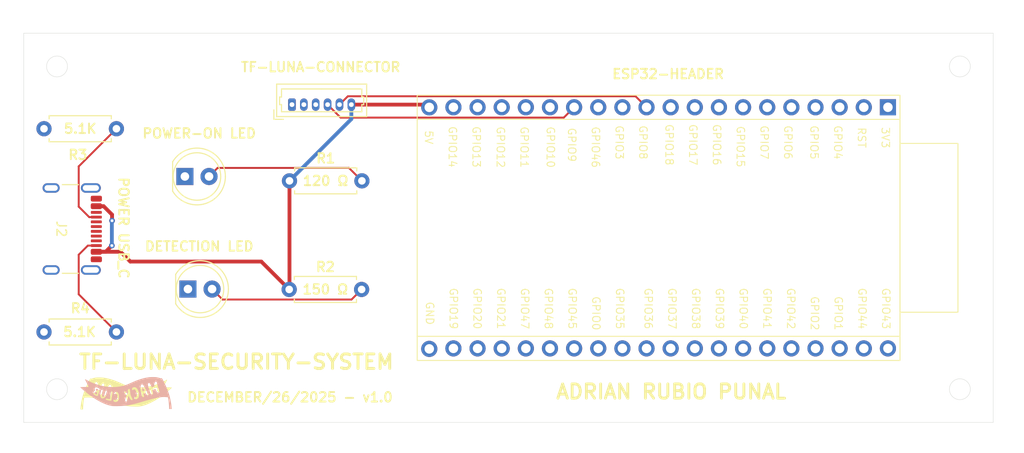
<source format=kicad_pcb>
(kicad_pcb (version 20241229) (generator "pcbnew") (generator_version "9.0")
  (title_block (title "tf-luna-security-system") (date "2025-12-26") (rev "0"))
  (layers (0 "F.Cu" signal "Front") (4 "In1.Cu" signal) (6 "In2.Cu" signal) (2 "B.Cu" signal "Back") (13 "F.Paste" user) (15 "B.Paste" user) (5 "F.SilkS" user "F.Silkscreen") (7 "B.SilkS" user "B.Silkscreen") (1 "F.Mask" user) (3 "B.Mask" user) (25 "Edge.Cuts" user))
  (net 0 "")
  (net 1 "GND")
  (net 2 "Net-(D1-A)")
  (net 3 "Net-(D2-A)")
  (net 4 "+5V")
  (net 5 "/SCL")
  (net 6 "/SDA")
  (net 12 "Net-(J2-CC2)")
  (net 13 "Net-(J2-CC1)")
  (net 34 "+3.3V")
  (footprint "LOGO" (layer "F.Cu") (at 135.782311 103.92)
    (property "Reference" "G***" (hide yes))
    (property "Value" "LOGO" (hide yes))
  )
  (footprint "LED_THT:LED_D5.0mm" (layer "F.Cu") (at 142.275 92.95)
    (property "Reference" "DETECTION LED" (at 1.19 -4.5 0) (layer "F.SilkS") (effects (font (thickness 0.2) (bold yes))))
    (property "Value" "LED")
    (pad "1" thru_hole rect (at 0 0) (size 1.8 1.8) (drill 0.9) (layers "*.Cu" "*.Mask") (net 1 "GND"))
    (pad "2" thru_hole circle (at 2.54 0) (size 1.8 1.8) (drill 0.9) (layers "*.Cu" "*.Mask") (net 3 "Net-(D2-A)"))
  )
  (footprint "Resistor_THT:R_Axial_DIN0207_L6.3mm_D2.5mm_P7.62mm_Horizontal" (layer "F.Cu") (at 152.96 81.55)
    (property "Reference" "R1" (at 3.81 -2.37 0) (layer "F.SilkS") (effects (font (thickness 0.2) (bold yes))))
    (property "Value" "120 Ω" (at 3.81 0 0) (layer "F.SilkS") (effects (font (thickness 0.2) (bold yes))))
    (pad "1" thru_hole circle (at 0 0) (size 1.6 1.6) (drill 0.8) (layers "*.Cu" "*.Mask") (net 4 "+5V"))
    (pad "2" thru_hole circle (at 7.62 0) (size 1.6 1.6) (drill 0.8) (layers "*.Cu" "*.Mask") (net 2 "Net-(D1-A)"))
  )
  (footprint "LED_THT:LED_D5.0mm" (layer "F.Cu") (at 141.955 81.09)
    (property "Reference" "POWER-ON LED" (at 1.505 -4.54 0) (layer "F.SilkS") (effects (font (thickness 0.2) (bold yes))))
    (property "Value" "LED")
    (pad "1" thru_hole rect (at 0 0) (size 1.8 1.8) (drill 0.9) (layers "*.Cu" "*.Mask") (net 1 "GND"))
    (pad "2" thru_hole circle (at 2.54 0) (size 1.8 1.8) (drill 0.9) (layers "*.Cu" "*.Mask") (net 2 "Net-(D1-A)"))
  )
  (footprint "Connector_Molex:Molex_PicoBlade_53047-0610_1x06_P1.25mm_Vertical" (layer "F.Cu") (at 153.22 73.52)
    (property "Reference" "J1" (hide yes))
    (property "Value" "TF-LUNA-CONNECTOR" (at 3.025 -3.955 0) (layer "F.SilkS") (effects (font (thickness 0.2) (bold yes))))
    (pad "1" thru_hole roundrect (at 0 0) (size 0.8 1.3) (drill 0.5) (layers "*.Cu" "*.Mask"))
    (pad "2" thru_hole oval (at 1.25 0) (size 0.8 1.3) (drill 0.5) (layers "*.Cu" "*.Mask") (net 1 "GND"))
    (pad "3" thru_hole oval (at 2.5 0) (size 0.8 1.3) (drill 0.5) (layers "*.Cu" "*.Mask") (net 1 "GND"))
    (pad "4" thru_hole oval (at 3.75 0) (size 0.8 1.3) (drill 0.5) (layers "*.Cu" "*.Mask") (net 5 "/SCL"))
    (pad "5" thru_hole oval (at 5 0) (size 0.8 1.3) (drill 0.5) (layers "*.Cu" "*.Mask") (net 6 "/SDA"))
    (pad "6" thru_hole oval (at 6.25 0) (size 0.8 1.3) (drill 0.5) (layers "*.Cu" "*.Mask") (net 4 "+5V"))
  )
  (footprint "Connector_USB:USB_C_Receptacle_GCT_USB4105-xx-A_16P_TopMnt_Horizontal" (layer "F.Cu") (at 128.955 86.62 -90)
    (property "Reference" "J2" (hide yes))
    (property "Value" "POWER USB_C" (at -0.12 -6.545 270) (layer "F.SilkS") (effects (font (thickness 0.2) (bold yes))))
    (fp_text user "${REFERENCE}" (at 0 0 270) (layer "F.SilkS"))
    (pad "" np_thru_hole circle (at -2.89 -2.605 270) (size 0.65 0.65) (drill 0.65) (layers "*.Cu" "*.Mask"))
    (pad "" np_thru_hole circle (at 2.89 -2.605 270) (size 0.65 0.65) (drill 0.65) (layers "*.Cu" "*.Mask"))
    (pad "A1" smd roundrect (at -3.2 -3.68 270) (size 0.6 1.15) (layers "F.Cu" "F.Mask" "F.Paste") (net 1 "GND"))
    (pad "A4" smd roundrect (at -2.4 -3.68 270) (size 0.6 1.15) (layers "F.Cu" "F.Mask" "F.Paste") (net 4 "+5V"))
    (pad "A5" smd roundrect (at -1.25 -3.68 270) (size 0.3 1.15) (layers "F.Cu" "F.Mask" "F.Paste") (net 13 "Net-(J2-CC1)"))
    (pad "A6" smd roundrect (at -0.25 -3.68 270) (size 0.3 1.15) (layers "F.Cu" "F.Mask" "F.Paste"))
    (pad "A7" smd roundrect (at 0.25 -3.68 270) (size 0.3 1.15) (layers "F.Cu" "F.Mask" "F.Paste"))
    (pad "A8" smd roundrect (at 1.25 -3.68 270) (size 0.3 1.15) (layers "F.Cu" "F.Mask" "F.Paste"))
    (pad "A9" smd roundrect (at 2.4 -3.68 270) (size 0.6 1.15) (layers "F.Cu" "F.Mask" "F.Paste") (net 4 "+5V"))
    (pad "A12" smd roundrect (at 3.2 -3.68 270) (size 0.6 1.15) (layers "F.Cu" "F.Mask" "F.Paste") (net 1 "GND"))
    (pad "B1" smd roundrect (at 3.2 -3.68 270) (size 0.6 1.15) (layers "F.Cu" "F.Mask" "F.Paste") (net 1 "GND"))
    (pad "B4" smd roundrect (at 2.4 -3.68 270) (size 0.6 1.15) (layers "F.Cu" "F.Mask" "F.Paste") (net 4 "+5V"))
    (pad "B5" smd roundrect (at 1.75 -3.68 270) (size 0.3 1.15) (layers "F.Cu" "F.Mask" "F.Paste") (net 12 "Net-(J2-CC2)"))
    (pad "B6" smd roundrect (at 0.75 -3.68 270) (size 0.3 1.15) (layers "F.Cu" "F.Mask" "F.Paste"))
    (pad "B7" smd roundrect (at -0.75 -3.68 270) (size 0.3 1.15) (layers "F.Cu" "F.Mask" "F.Paste"))
    (pad "B8" smd roundrect (at -1.75 -3.68 270) (size 0.3 1.15) (layers "F.Cu" "F.Mask" "F.Paste"))
    (pad "B9" smd roundrect (at -2.4 -3.68 270) (size 0.6 1.15) (layers "F.Cu" "F.Mask" "F.Paste") (net 4 "+5V"))
    (pad "B12" smd roundrect (at -3.2 -3.68 270) (size 0.6 1.15) (layers "F.Cu" "F.Mask" "F.Paste") (net 1 "GND"))
    (pad "S1" thru_hole oval (at -4.32 -3.105 270) (size 1 2.1) (drill oval 0.6 1.7) (property pad_prop_heatsink) (layers "*.Cu" "*.Mask" "F.Paste") (net 1 "GND"))
    (pad "S1" thru_hole oval (at -4.32 1.075 270) (size 1 1.8) (drill oval 0.6 1.4) (property pad_prop_heatsink) (layers "*.Cu" "*.Mask" "F.Paste") (net 1 "GND"))
    (pad "S1" thru_hole oval (at 4.32 -3.105 270) (size 1 2.1) (drill oval 0.6 1.7) (property pad_prop_heatsink) (layers "*.Cu" "*.Mask" "F.Paste") (net 1 "GND"))
    (pad "S1" thru_hole oval (at 4.32 1.075 270) (size 1 1.8) (drill oval 0.6 1.4) (property pad_prop_heatsink) (layers "*.Cu" "*.Mask" "F.Paste") (net 1 "GND"))
  )
  (footprint "Resistor_THT:R_Axial_DIN0207_L6.3mm_D2.5mm_P7.62mm_Horizontal" (layer "F.Cu") (at 134.75 97.47 180)
    (property "Reference" "R4" (at 3.81 2.5 0) (layer "F.SilkS") (effects (font (thickness 0.2) (bold yes))))
    (property "Value" "5.1K" (at 3.88 0 0) (layer "F.SilkS") (effects (font (thickness 0.2) (bold yes))))
    (pad "1" thru_hole circle (at 0 0 180) (size 1.6 1.6) (drill 0.8) (layers "*.Cu" "*.Mask") (net 12 "Net-(J2-CC2)"))
    (pad "2" thru_hole circle (at 7.62 0 180) (size 1.6 1.6) (drill 0.8) (layers "*.Cu" "*.Mask") (net 1 "GND"))
  )
  (footprint "security-system-footprints:esp32-header" (layer "F.Cu") (at 202.25 86.5 -90)
    (property "Reference" "U1" (hide yes))
    (property "Value" "ESP32-Header")
    (fp_text user "GPIO39" (at 8.5 4.4975 270) (layer "F.SilkS") (effects (font (size 0.8 0.8) (thickness 0.1)) (justify bottom)))
    (fp_text user "GPIO19" (at 8.5 32.4975 270) (layer "F.SilkS") (effects (font (size 0.8 0.8) (thickness 0.1)) (justify bottom)))
    (fp_text user "GPIO42" (at 8.5 -3.0025 270) (layer "F.SilkS") (effects (font (size 0.8 0.8) (thickness 0.1)) (justify bottom)))
    (fp_text user "GPIO43" (at 8.5 -13.0025 270) (layer "F.SilkS") (effects (font (size 0.8 0.8) (thickness 0.1)) (justify bottom)))
    (fp_text user "GPIO13" (at -8.53 30.0975 270) (layer "F.SilkS") (effects (font (size 0.8 0.8) (thickness 0.1)) (justify bottom)))
    (fp_text user "GPIO47" (at 8.5 24.9975 270) (layer "F.SilkS") (effects (font (size 0.8 0.8) (thickness 0.1)) (justify bottom)))
    (fp_text user "GPIO1" (at 9 -8.0025 270) (layer "F.SilkS") (effects (font (size 0.8 0.8) (thickness 0.1)) (justify bottom)))
    (fp_text user "GPIO9" (at -8.75 20.0475 270) (layer "F.SilkS") (effects (font (size 0.8 0.8) (thickness 0.1)) (justify bottom)))
    (fp_text user "GPIO8" (at -9 12.5475 270) (layer "F.SilkS") (effects (font (size 0.8 0.8) (thickness 0.1)) (justify bottom)))
    (fp_text user "GPIO14" (at -8.53 32.5975 270) (layer "F.SilkS") (effects (font (size 0.8 0.8) (thickness 0.1)) (justify bottom)))
    (fp_text user "GPIO5" (at -9 -5.4525 270) (layer "F.SilkS") (effects (font (size 0.8 0.8) (thickness 0.1)) (justify bottom)))
    (fp_text user "GPIO21" (at 8.5 27.4975 270) (layer "F.SilkS") (effects (font (size 0.8 0.8) (thickness 0.1)) (justify bottom)))
    (fp_text user "GPIO7" (at -9 -0.2025 270) (layer "F.SilkS") (effects (font (size 0.8 0.8) (thickness 0.1)) (justify bottom)))
    (fp_text user "GPIO2" (at 9 -5.5025 270) (layer "F.SilkS") (effects (font (size 0.8 0.8) (thickness 0.1)) (justify bottom)))
    (fp_text user "3V3" (at -9.5 -12.9525 270) (layer "F.SilkS") (effects (font (size 0.8 0.8) (thickness 0.1)) (justify bottom)))
    (fp_text user "GPIO17" (at -8.75 7.2975 270) (layer "F.SilkS") (effects (font (size 0.8 0.8) (thickness 0.1)) (justify bottom)))
    (fp_text user "GPIO45" (at 8.5 19.9975 270) (layer "F.SilkS") (effects (font (size 0.8 0.8) (thickness 0.1)) (justify bottom)))
    (fp_text user "GPIO37" (at 8.5 9.4975 270) (layer "F.SilkS") (effects (font (size 0.8 0.8) (thickness 0.1)) (justify bottom)))
    (fp_text user "GND" (at 9 34.9975 270) (layer "F.SilkS") (effects (font (size 0.8 0.8) (thickness 0.1)) (justify bottom)))
    (fp_text user "GPIO46" (at -8.5 17.5475 270) (layer "F.SilkS") (effects (font (size 0.8 0.8) (thickness 0.1)) (justify bottom)))
    (fp_text user "GPIO6" (at -9 -2.7025 270) (layer "F.SilkS") (effects (font (size 0.8 0.8) (thickness 0.1)) (justify bottom)))
    (fp_text user "GPIO16" (at -8.75 4.7975 270) (layer "F.SilkS") (effects (font (size 0.8 0.8) (thickness 0.1)) (justify bottom)))
    (fp_text user "GPIO20" (at 8.5 29.9975 270) (layer "F.SilkS") (effects (font (size 0.8 0.8) (thickness 0.1)) (justify bottom)))
    (fp_text user "GPIO11" (at -8.5 25.0475 270) (layer "F.SilkS") (effects (font (size 0.8 0.8) (thickness 0.1)) (justify bottom)))
    (fp_text user "GPIO38" (at 8.5 6.9975 270) (layer "F.SilkS") (effects (font (size 0.8 0.8) (thickness 0.1)) (justify bottom)))
    (fp_text user "GPIO41" (at 8.5 -0.5025 270) (layer "F.SilkS") (effects (font (size 0.8 0.8) (thickness 0.1)) (justify bottom)))
    (fp_text user "GPIO40" (at 8.5 1.9975 270) (layer "F.SilkS") (effects (font (size 0.8 0.8) (thickness 0.1)) (justify bottom)))
    (fp_text user "GPIO0" (at 9 17.4975 270) (layer "F.SilkS") (effects (font (size 0.8 0.8) (thickness 0.1)) (justify bottom)))
    (fp_text user "GPIO18" (at -8.75 9.7975 270) (layer "F.SilkS") (effects (font (size 0.8 0.8) (thickness 0.1)) (justify bottom)))
    (fp_text user "ESP32-HEADER" (at -15.62 9.45 0) (layer "F.SilkS") (effects (font (thickness 0.2) (bold yes)) (justify bottom)))
    (fp_text user "GPIO12" (at -8.5 27.5475 270) (layer "F.SilkS") (effects (font (size 0.8 0.8) (thickness 0.1)) (justify bottom)))
    (fp_text user "GPIO36" (at 8.5 11.9975 270) (layer "F.SilkS") (effects (font (size 0.8 0.8) (thickness 0.1)) (justify bottom)))
    (fp_text user "GPIO10" (at -8.5 22.29 270) (layer "F.SilkS") (effects (font (size 0.8 0.8) (thickness 0.1)) (justify bottom)))
    (fp_text user "GPIO44" (at 8.5 -10.5025 270) (layer "F.SilkS") (effects (font (size 0.8 0.8) (thickness 0.1)) (justify bottom)))
    (fp_text user "GPIO4" (at -9 -7.9525 270) (layer "F.SilkS") (effects (font (size 0.8 0.8) (thickness 0.1)) (justify bottom)))
    (fp_text user "GPIO48" (at 8.5 22.4975 270) (layer "F.SilkS") (effects (font (size 0.8 0.8) (thickness 0.1)) (justify bottom)))
    (fp_text user "GPIO35" (at 8.5 14.9975 270) (layer "F.SilkS") (effects (font (size 0.8 0.8) (thickness 0.1)) (justify bottom)))
    (fp_text user "GPIO15" (at -8.555 2.2975 270) (layer "F.SilkS") (effects (font (size 0.8 0.8) (thickness 0.1)) (justify bottom)))
    (fp_text user "5V" (at -9.53 35.0975 270) (layer "F.SilkS") (effects (font (size 0.8 0.8) (thickness 0.1)) (justify bottom)))
    (fp_text user "GPIO3" (at -9 15.0475 270) (layer "F.SilkS") (effects (font (size 0.8 0.8) (thickness 0.1)) (justify bottom)))
    (fp_text user "RST" (at -9.5 -10.4525 270) (layer "F.SilkS") (effects (font (size 0.8 0.8) (thickness 0.1)) (justify bottom)))
    (pad "1" thru_hole rect (at -12.7 -13.68 270) (size 1.7 1.7) (drill 1) (layers "*.Cu" "*.Mask") (net 34 "+3.3V"))
    (pad "2" thru_hole circle (at 12.7 -13.68 270) (size 1.7 1.7) (drill 1) (layers "*.Cu" "*.Mask"))
    (pad "3" thru_hole circle (at -12.7 -11.14 270) (size 1.7 1.7) (drill 1) (layers "*.Cu" "*.Mask"))
    (pad "4" thru_hole circle (at 12.7 -11.14 270) (size 1.7 1.7) (drill 1) (layers "*.Cu" "*.Mask"))
    (pad "5" thru_hole circle (at -12.7 -8.6 270) (size 1.7 1.7) (drill 1) (layers "*.Cu" "*.Mask"))
    (pad "6" thru_hole circle (at 12.7 -8.6 270) (size 1.7 1.7) (drill 1) (layers "*.Cu" "*.Mask"))
    (pad "7" thru_hole circle (at -12.7 -6.06 270) (size 1.7 1.7) (drill 1) (layers "*.Cu" "*.Mask"))
    (pad "8" thru_hole circle (at 12.7 -6.06 270) (size 1.7 1.7) (drill 1) (layers "*.Cu" "*.Mask"))
    (pad "9" thru_hole circle (at -12.7 -3.52 270) (size 1.7 1.7) (drill 1) (layers "*.Cu" "*.Mask"))
    (pad "10" thru_hole circle (at 12.7 -3.52 270) (size 1.7 1.7) (drill 1) (layers "*.Cu" "*.Mask"))
    (pad "11" thru_hole circle (at -12.7 -0.98 270) (size 1.7 1.7) (drill 1) (layers "*.Cu" "*.Mask"))
    (pad "12" thru_hole circle (at 12.7 -0.98 270) (size 1.7 1.7) (drill 1) (layers "*.Cu" "*.Mask"))
    (pad "13" thru_hole circle (at -12.7 1.56 270) (size 1.7 1.7) (drill 1) (layers "*.Cu" "*.Mask"))
    (pad "14" thru_hole circle (at 12.7 1.56 270) (size 1.7 1.7) (drill 1) (layers "*.Cu" "*.Mask"))
    (pad "15" thru_hole circle (at -12.7 4.1 270) (size 1.7 1.7) (drill 1) (layers "*.Cu" "*.Mask"))
    (pad "16" thru_hole circle (at 12.7 4.1 270) (size 1.7 1.7) (drill 1) (layers "*.Cu" "*.Mask"))
    (pad "17" thru_hole circle (at -12.7 6.64 270) (size 1.7 1.7) (drill 1) (layers "*.Cu" "*.Mask"))
    (pad "18" thru_hole circle (at 12.7 6.64 270) (size 1.7 1.7) (drill 1) (layers "*.Cu" "*.Mask"))
    (pad "19" thru_hole circle (at -12.7 9.18 270) (size 1.7 1.7) (drill 1) (layers "*.Cu" "*.Mask"))
    (pad "20" thru_hole circle (at 12.7 9.18 270) (size 1.7 1.7) (drill 1) (layers "*.Cu" "*.Mask"))
    (pad "21" thru_hole circle (at -12.7 11.72 270) (size 1.7 1.7) (drill 1) (layers "*.Cu" "*.Mask") (net 6 "/SDA"))
    (pad "22" thru_hole circle (at 12.7 11.72 270) (size 1.7 1.7) (drill 1) (layers "*.Cu" "*.Mask"))
    (pad "23" thru_hole circle (at -12.7 14.26 270) (size 1.7 1.7) (drill 1) (layers "*.Cu" "*.Mask"))
    (pad "24" thru_hole circle (at 12.7 14.26 270) (size 1.7 1.7) (drill 1) (layers "*.Cu" "*.Mask"))
    (pad "25" thru_hole circle (at -12.7 16.8 270) (size 1.7 1.7) (drill 1) (layers "*.Cu" "*.Mask"))
    (pad "26" thru_hole circle (at 12.7 16.8 270) (size 1.7 1.7) (drill 1) (layers "*.Cu" "*.Mask"))
    (pad "27" thru_hole circle (at -12.7 19.34 270) (size 1.7 1.7) (drill 1) (layers "*.Cu" "*.Mask") (net 5 "/SCL"))
    (pad "28" thru_hole circle (at 12.7 19.34 270) (size 1.7 1.7) (drill 1) (layers "*.Cu" "*.Mask"))
    (pad "29" thru_hole circle (at -12.7 21.88 270) (size 1.7 1.7) (drill 1) (layers "*.Cu" "*.Mask"))
    (pad "30" thru_hole circle (at 12.7 21.88 270) (size 1.7 1.7) (drill 1) (layers "*.Cu" "*.Mask"))
    (pad "31" thru_hole circle (at -12.7 24.42 270) (size 1.7 1.7) (drill 1) (layers "*.Cu" "*.Mask"))
    (pad "32" thru_hole circle (at 12.7 24.42 270) (size 1.7 1.7) (drill 1) (layers "*.Cu" "*.Mask"))
    (pad "33" thru_hole circle (at -12.7 26.96 270) (size 1.7 1.7) (drill 1) (layers "*.Cu" "*.Mask"))
    (pad "34" thru_hole circle (at 12.7 26.96 270) (size 1.7 1.7) (drill 1) (layers "*.Cu" "*.Mask"))
    (pad "35" thru_hole circle (at -12.7 29.5 270) (size 1.7 1.7) (drill 1) (layers "*.Cu" "*.Mask"))
    (pad "36" thru_hole circle (at 12.7 29.5 270) (size 1.7 1.7) (drill 1) (layers "*.Cu" "*.Mask"))
    (pad "37" thru_hole circle (at -12.7 32.04 270) (size 1.7 1.7) (drill 1) (layers "*.Cu" "*.Mask"))
    (pad "38" thru_hole circle (at 12.7 32.04 270) (size 1.7 1.7) (drill 1) (layers "*.Cu" "*.Mask"))
    (pad "39" thru_hole circle (at -12.69 34.58 270) (size 1.7 1.7) (drill 1) (layers "*.Cu" "*.Mask") (net 4 "+5V"))
    (pad "40" thru_hole circle (at 12.75 34.58 270) (size 1.7 1.7) (drill 1) (layers "*.Cu" "*.Mask") (net 1 "GND"))
  )
  (footprint "Resistor_THT:R_Axial_DIN0207_L6.3mm_D2.5mm_P7.62mm_Horizontal" (layer "F.Cu") (at 152.93 92.99)
    (property "Reference" "R2" (at 3.81 -2.37 0) (layer "F.SilkS") (effects (font (thickness 0.2) (bold yes))))
    (property "Value" "150 Ω" (at 3.81 0 0) (layer "F.SilkS") (effects (font (thickness 0.2) (bold yes))))
    (pad "1" thru_hole circle (at 0 0) (size 1.6 1.6) (drill 0.8) (layers "*.Cu" "*.Mask") (net 4 "+5V"))
    (pad "2" thru_hole circle (at 7.62 0) (size 1.6 1.6) (drill 0.8) (layers "*.Cu" "*.Mask") (net 3 "Net-(D2-A)"))
  )
  (footprint "Resistor_THT:R_Axial_DIN0207_L6.3mm_D2.5mm_P7.62mm_Horizontal" (layer "F.Cu") (at 134.75 76.06 180)
    (property "Reference" "R3" (at 4.06 -2.75 0) (layer "F.SilkS") (effects (font (thickness 0.2) (bold yes))))
    (property "Value" "5.1K" (at 3.81 0 0) (layer "F.SilkS") (effects (font (thickness 0.2) (bold yes))))
    (pad "1" thru_hole circle (at 0 0 180) (size 1.6 1.6) (drill 0.8) (layers "*.Cu" "*.Mask") (net 13 "Net-(J2-CC1)"))
    (pad "2" thru_hole circle (at 7.62 0 180) (size 1.6 1.6) (drill 0.8) (layers "*.Cu" "*.Mask") (net 1 "GND"))
  )
  (footprint "LOGO" (layer "B.Cu") (at 135.75 103.879214 180)
    (property "Reference" "G***" (hide yes))
    (property "Value" "LOGO" (hide yes))
  )
  (gr_line (start 227 107) (end 227 66) (stroke (width 0.0381)) (layer "Edge.Cuts"))
  (gr_line (start 125 107) (end 227 107) (stroke (width 0.0381)) (layer "Edge.Cuts"))
  (gr_circle (center 128.5 103.5) (end 129.6 103.5) (stroke (width 0.0381)) (fill no) (layer "Edge.Cuts"))
  (gr_line (start 125 66) (end 125 107) (stroke (width 0.0381)) (layer "Edge.Cuts"))
  (gr_line (start 227 66) (end 125 66) (stroke (width 0.0381)) (layer "Edge.Cuts"))
  (gr_circle (center 128.5 69.5) (end 129.6 69.5) (stroke (width 0.0381)) (fill no) (layer "Edge.Cuts"))
  (gr_circle (center 223.5 103.5) (end 224.6 103.5) (stroke (width 0.0381)) (fill no) (layer "Edge.Cuts"))
  (gr_circle (center 223.5 69.5) (end 224.6 69.5) (stroke (width 0.0381)) (fill no) (layer "Edge.Cuts"))
  (gr_text "ADRIAN RUBIO PUNAL" (at 193.13 104.64 0) (layer "F.SilkS") (effects (font (size 1.5 1.5) (thickness 0.3) (bold yes)) (justify bottom)))
  (gr_text "DECEMBER/26/2025 - v1.0" (at 153.012311 104.93 0) (layer "F.SilkS") (effects (font (size 1 1) (thickness 0.2) (bold yes)) (justify bottom)))
  (gr_text "TF-LUNA-SECURITY-SYSTEM" (at 147.362311 101.51 0) (layer "F.SilkS") (effects (font (size 1.524 1.524) (thickness 0.3048) (bold yes)) (justify bottom)))
  (segment (start 144.495 81.09) (end 145.395 80.19) (width 0.2) (layer "F.Cu") (net 2))
  (segment (start 159.22 80.19) (end 160.58 81.55) (width 0.2) (layer "F.Cu") (net 2))
  (segment (start 145.395 80.19) (end 159.22 80.19) (width 0.2) (layer "F.Cu") (net 2))
  (segment (start 160.55 92.99) (end 159.49 94.05) (width 0.2) (layer "F.Cu") (net 3))
  (segment (start 145.915 94.05) (end 144.815 92.95) (width 0.2) (layer "F.Cu") (net 3))
  (segment (start 159.49 94.05) (end 145.915 94.05) (width 0.2) (layer "F.Cu") (net 3))
  (segment (start 167.38 73.52) (end 167.67 73.81) (width 0.4) (layer "F.Cu") (net 4))
  (segment (start 132.635 89.02) (end 133.62 89.02) (width 0.4) (layer "F.Cu") (net 4))
  (segment (start 136.21 90.05) (end 135.18 89.02) (width 0.4) (layer "F.Cu") (net 4))
  (segment (start 133.62 89.02) (end 134.27 88.37) (width 0.4) (layer "F.Cu") (net 4))
  (segment (start 152.96 81.55) (end 152.96 92.96) (width 0.4) (layer "F.Cu") (net 4))
  (segment (start 149.99 90.05) (end 136.21 90.05) (width 0.4) (layer "F.Cu") (net 4))
  (segment (start 134.29 85.75) (end 134.29 85.11) (width 0.4) (layer "F.Cu") (net 4))
  (segment (start 134.29 85.11) (end 133.4 84.22) (width 0.4) (layer "F.Cu") (net 4))
  (segment (start 135.18 89.02) (end 132.635 89.02) (width 0.4) (layer "F.Cu") (net 4))
  (segment (start 159.47 73.52) (end 167.38 73.52) (width 0.4) (layer "F.Cu") (net 4))
  (segment (start 152.96 92.96) (end 152.93 92.99) (width 0.4) (layer "F.Cu") (net 4))
  (segment (start 133.4 84.22) (end 132.635 84.22) (width 0.4) (layer "F.Cu") (net 4))
  (segment (start 152.93 92.99) (end 149.99 90.05) (width 0.4) (layer "F.Cu") (net 4))
  (via (at 134.29 85.75) (size 0.6) (drill 0.3) (layers "F.Cu" "B.Cu") (net 4))
  (via (at 134.27 88.37) (size 0.6) (drill 0.3) (layers "F.Cu" "B.Cu") (net 4))
  (segment (start 159.47 75.04) (end 159.47 73.52) (width 0.4) (layer "B.Cu") (net 4))
  (segment (start 134.27 88.37) (end 134.27 85.77) (width 0.4) (layer "B.Cu") (net 4))
  (segment (start 134.27 85.77) (end 134.29 85.75) (width 0.4) (layer "B.Cu") (net 4))
  (segment (start 152.96 81.55) (end 159.47 75.04) (width 0.4) (layer "B.Cu") (net 4))
  (segment (start 156.97 73.52) (end 158.338 74.888) (width 0.2) (layer "F.Cu") (net 5))
  (segment (start 158.338 74.888) (end 181.822 74.888) (width 0.2) (layer "F.Cu") (net 5))
  (segment (start 181.822 74.888) (end 182.91 73.8) (width 0.2) (layer "F.Cu") (net 5))
  (segment (start 158.22 73.52) (end 159.098 72.642) (width 0.2) (layer "F.Cu") (net 6))
  (segment (start 159.098 72.642) (end 189.372 72.642) (width 0.2) (layer "F.Cu") (net 6))
  (segment (start 189.372 72.642) (end 190.53 73.8) (width 0.2) (layer "F.Cu") (net 6))
  (segment (start 134.75 97.47) (end 130.782 93.502) (width 0.2) (layer "F.Cu") (net 12))
  (segment (start 130.782 89.331992) (end 131.743992 88.37) (width 0.2) (layer "F.Cu") (net 12))
  (segment (start 130.782 93.502) (end 130.782 89.331992) (width 0.2) (layer "F.Cu") (net 12))
  (segment (start 131.743992 88.37) (end 132.635 88.37) (width 0.2) (layer "F.Cu") (net 12))
  (segment (start 130.782 80.028) (end 130.782 84.266586) (width 0.2) (layer "F.Cu") (net 13))
  (segment (start 130.782 84.266586) (end 131.885414 85.37) (width 0.2) (layer "F.Cu") (net 13))
  (segment (start 134.75 76.06) (end 130.782 80.028) (width 0.2) (layer "F.Cu") (net 13))
  (segment (start 131.885414 85.37) (end 132.635 85.37) (width 0.2) (layer "F.Cu") (net 13))
)
</source>
